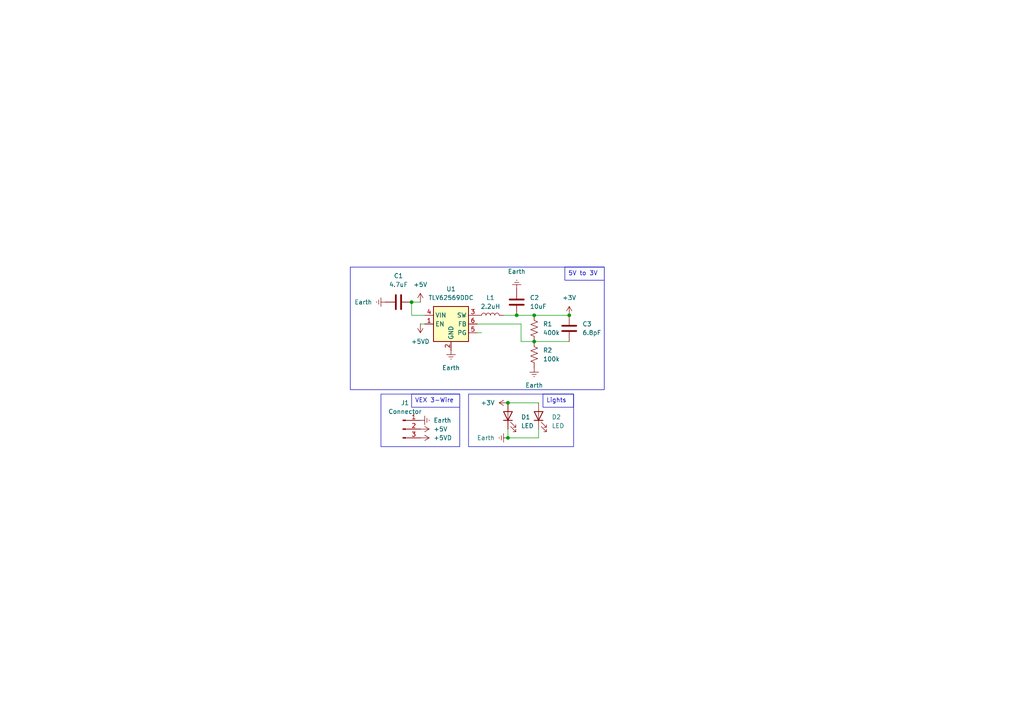
<source format=kicad_sch>
(kicad_sch
	(version 20250114)
	(generator "eeschema")
	(generator_version "9.0")
	(uuid "0a509ab3-2f24-4e7e-bd30-42ed181f3db1")
	(paper "A4")
	(lib_symbols
		(symbol "Connector:Conn_01x03_Pin"
			(pin_names
				(offset 1.016)
				(hide yes)
			)
			(exclude_from_sim no)
			(in_bom yes)
			(on_board yes)
			(property "Reference" "J"
				(at 0 5.08 0)
				(effects
					(font
						(size 1.27 1.27)
					)
				)
			)
			(property "Value" "Conn_01x03_Pin"
				(at 0 -5.08 0)
				(effects
					(font
						(size 1.27 1.27)
					)
				)
			)
			(property "Footprint" ""
				(at 0 0 0)
				(effects
					(font
						(size 1.27 1.27)
					)
					(hide yes)
				)
			)
			(property "Datasheet" "~"
				(at 0 0 0)
				(effects
					(font
						(size 1.27 1.27)
					)
					(hide yes)
				)
			)
			(property "Description" "Generic connector, single row, 01x03, script generated"
				(at 0 0 0)
				(effects
					(font
						(size 1.27 1.27)
					)
					(hide yes)
				)
			)
			(property "ki_locked" ""
				(at 0 0 0)
				(effects
					(font
						(size 1.27 1.27)
					)
				)
			)
			(property "ki_keywords" "connector"
				(at 0 0 0)
				(effects
					(font
						(size 1.27 1.27)
					)
					(hide yes)
				)
			)
			(property "ki_fp_filters" "Connector*:*_1x??_*"
				(at 0 0 0)
				(effects
					(font
						(size 1.27 1.27)
					)
					(hide yes)
				)
			)
			(symbol "Conn_01x03_Pin_1_1"
				(rectangle
					(start 0.8636 2.667)
					(end 0 2.413)
					(stroke
						(width 0.1524)
						(type default)
					)
					(fill
						(type outline)
					)
				)
				(rectangle
					(start 0.8636 0.127)
					(end 0 -0.127)
					(stroke
						(width 0.1524)
						(type default)
					)
					(fill
						(type outline)
					)
				)
				(rectangle
					(start 0.8636 -2.413)
					(end 0 -2.667)
					(stroke
						(width 0.1524)
						(type default)
					)
					(fill
						(type outline)
					)
				)
				(polyline
					(pts
						(xy 1.27 2.54) (xy 0.8636 2.54)
					)
					(stroke
						(width 0.1524)
						(type default)
					)
					(fill
						(type none)
					)
				)
				(polyline
					(pts
						(xy 1.27 0) (xy 0.8636 0)
					)
					(stroke
						(width 0.1524)
						(type default)
					)
					(fill
						(type none)
					)
				)
				(polyline
					(pts
						(xy 1.27 -2.54) (xy 0.8636 -2.54)
					)
					(stroke
						(width 0.1524)
						(type default)
					)
					(fill
						(type none)
					)
				)
				(pin passive line
					(at 5.08 2.54 180)
					(length 3.81)
					(name "Pin_1"
						(effects
							(font
								(size 1.27 1.27)
							)
						)
					)
					(number "1"
						(effects
							(font
								(size 1.27 1.27)
							)
						)
					)
				)
				(pin passive line
					(at 5.08 0 180)
					(length 3.81)
					(name "Pin_2"
						(effects
							(font
								(size 1.27 1.27)
							)
						)
					)
					(number "2"
						(effects
							(font
								(size 1.27 1.27)
							)
						)
					)
				)
				(pin passive line
					(at 5.08 -2.54 180)
					(length 3.81)
					(name "Pin_3"
						(effects
							(font
								(size 1.27 1.27)
							)
						)
					)
					(number "3"
						(effects
							(font
								(size 1.27 1.27)
							)
						)
					)
				)
			)
			(embedded_fonts no)
		)
		(symbol "Device:C"
			(pin_numbers
				(hide yes)
			)
			(pin_names
				(offset 0.254)
			)
			(exclude_from_sim no)
			(in_bom yes)
			(on_board yes)
			(property "Reference" "C"
				(at 0.635 2.54 0)
				(effects
					(font
						(size 1.27 1.27)
					)
					(justify left)
				)
			)
			(property "Value" "C"
				(at 0.635 -2.54 0)
				(effects
					(font
						(size 1.27 1.27)
					)
					(justify left)
				)
			)
			(property "Footprint" ""
				(at 0.9652 -3.81 0)
				(effects
					(font
						(size 1.27 1.27)
					)
					(hide yes)
				)
			)
			(property "Datasheet" "~"
				(at 0 0 0)
				(effects
					(font
						(size 1.27 1.27)
					)
					(hide yes)
				)
			)
			(property "Description" "Unpolarized capacitor"
				(at 0 0 0)
				(effects
					(font
						(size 1.27 1.27)
					)
					(hide yes)
				)
			)
			(property "ki_keywords" "cap capacitor"
				(at 0 0 0)
				(effects
					(font
						(size 1.27 1.27)
					)
					(hide yes)
				)
			)
			(property "ki_fp_filters" "C_*"
				(at 0 0 0)
				(effects
					(font
						(size 1.27 1.27)
					)
					(hide yes)
				)
			)
			(symbol "C_0_1"
				(polyline
					(pts
						(xy -2.032 0.762) (xy 2.032 0.762)
					)
					(stroke
						(width 0.508)
						(type default)
					)
					(fill
						(type none)
					)
				)
				(polyline
					(pts
						(xy -2.032 -0.762) (xy 2.032 -0.762)
					)
					(stroke
						(width 0.508)
						(type default)
					)
					(fill
						(type none)
					)
				)
			)
			(symbol "C_1_1"
				(pin passive line
					(at 0 3.81 270)
					(length 2.794)
					(name "~"
						(effects
							(font
								(size 1.27 1.27)
							)
						)
					)
					(number "1"
						(effects
							(font
								(size 1.27 1.27)
							)
						)
					)
				)
				(pin passive line
					(at 0 -3.81 90)
					(length 2.794)
					(name "~"
						(effects
							(font
								(size 1.27 1.27)
							)
						)
					)
					(number "2"
						(effects
							(font
								(size 1.27 1.27)
							)
						)
					)
				)
			)
			(embedded_fonts no)
		)
		(symbol "Device:L"
			(pin_numbers
				(hide yes)
			)
			(pin_names
				(offset 1.016)
				(hide yes)
			)
			(exclude_from_sim no)
			(in_bom yes)
			(on_board yes)
			(property "Reference" "L"
				(at -1.27 0 90)
				(effects
					(font
						(size 1.27 1.27)
					)
				)
			)
			(property "Value" "L"
				(at 1.905 0 90)
				(effects
					(font
						(size 1.27 1.27)
					)
				)
			)
			(property "Footprint" ""
				(at 0 0 0)
				(effects
					(font
						(size 1.27 1.27)
					)
					(hide yes)
				)
			)
			(property "Datasheet" "~"
				(at 0 0 0)
				(effects
					(font
						(size 1.27 1.27)
					)
					(hide yes)
				)
			)
			(property "Description" "Inductor"
				(at 0 0 0)
				(effects
					(font
						(size 1.27 1.27)
					)
					(hide yes)
				)
			)
			(property "ki_keywords" "inductor choke coil reactor magnetic"
				(at 0 0 0)
				(effects
					(font
						(size 1.27 1.27)
					)
					(hide yes)
				)
			)
			(property "ki_fp_filters" "Choke_* *Coil* Inductor_* L_*"
				(at 0 0 0)
				(effects
					(font
						(size 1.27 1.27)
					)
					(hide yes)
				)
			)
			(symbol "L_0_1"
				(arc
					(start 0 2.54)
					(mid 0.6323 1.905)
					(end 0 1.27)
					(stroke
						(width 0)
						(type default)
					)
					(fill
						(type none)
					)
				)
				(arc
					(start 0 1.27)
					(mid 0.6323 0.635)
					(end 0 0)
					(stroke
						(width 0)
						(type default)
					)
					(fill
						(type none)
					)
				)
				(arc
					(start 0 0)
					(mid 0.6323 -0.635)
					(end 0 -1.27)
					(stroke
						(width 0)
						(type default)
					)
					(fill
						(type none)
					)
				)
				(arc
					(start 0 -1.27)
					(mid 0.6323 -1.905)
					(end 0 -2.54)
					(stroke
						(width 0)
						(type default)
					)
					(fill
						(type none)
					)
				)
			)
			(symbol "L_1_1"
				(pin passive line
					(at 0 3.81 270)
					(length 1.27)
					(name "1"
						(effects
							(font
								(size 1.27 1.27)
							)
						)
					)
					(number "1"
						(effects
							(font
								(size 1.27 1.27)
							)
						)
					)
				)
				(pin passive line
					(at 0 -3.81 90)
					(length 1.27)
					(name "2"
						(effects
							(font
								(size 1.27 1.27)
							)
						)
					)
					(number "2"
						(effects
							(font
								(size 1.27 1.27)
							)
						)
					)
				)
			)
			(embedded_fonts no)
		)
		(symbol "Device:LED"
			(pin_numbers
				(hide yes)
			)
			(pin_names
				(offset 1.016)
				(hide yes)
			)
			(exclude_from_sim no)
			(in_bom yes)
			(on_board yes)
			(property "Reference" "D"
				(at 0 2.54 0)
				(effects
					(font
						(size 1.27 1.27)
					)
				)
			)
			(property "Value" "LED"
				(at 0 -2.54 0)
				(effects
					(font
						(size 1.27 1.27)
					)
				)
			)
			(property "Footprint" ""
				(at 0 0 0)
				(effects
					(font
						(size 1.27 1.27)
					)
					(hide yes)
				)
			)
			(property "Datasheet" "~"
				(at 0 0 0)
				(effects
					(font
						(size 1.27 1.27)
					)
					(hide yes)
				)
			)
			(property "Description" "Light emitting diode"
				(at 0 0 0)
				(effects
					(font
						(size 1.27 1.27)
					)
					(hide yes)
				)
			)
			(property "Sim.Pins" "1=K 2=A"
				(at 0 0 0)
				(effects
					(font
						(size 1.27 1.27)
					)
					(hide yes)
				)
			)
			(property "ki_keywords" "LED diode"
				(at 0 0 0)
				(effects
					(font
						(size 1.27 1.27)
					)
					(hide yes)
				)
			)
			(property "ki_fp_filters" "LED* LED_SMD:* LED_THT:*"
				(at 0 0 0)
				(effects
					(font
						(size 1.27 1.27)
					)
					(hide yes)
				)
			)
			(symbol "LED_0_1"
				(polyline
					(pts
						(xy -3.048 -0.762) (xy -4.572 -2.286) (xy -3.81 -2.286) (xy -4.572 -2.286) (xy -4.572 -1.524)
					)
					(stroke
						(width 0)
						(type default)
					)
					(fill
						(type none)
					)
				)
				(polyline
					(pts
						(xy -1.778 -0.762) (xy -3.302 -2.286) (xy -2.54 -2.286) (xy -3.302 -2.286) (xy -3.302 -1.524)
					)
					(stroke
						(width 0)
						(type default)
					)
					(fill
						(type none)
					)
				)
				(polyline
					(pts
						(xy -1.27 0) (xy 1.27 0)
					)
					(stroke
						(width 0)
						(type default)
					)
					(fill
						(type none)
					)
				)
				(polyline
					(pts
						(xy -1.27 -1.27) (xy -1.27 1.27)
					)
					(stroke
						(width 0.254)
						(type default)
					)
					(fill
						(type none)
					)
				)
				(polyline
					(pts
						(xy 1.27 -1.27) (xy 1.27 1.27) (xy -1.27 0) (xy 1.27 -1.27)
					)
					(stroke
						(width 0.254)
						(type default)
					)
					(fill
						(type none)
					)
				)
			)
			(symbol "LED_1_1"
				(pin passive line
					(at -3.81 0 0)
					(length 2.54)
					(name "K"
						(effects
							(font
								(size 1.27 1.27)
							)
						)
					)
					(number "1"
						(effects
							(font
								(size 1.27 1.27)
							)
						)
					)
				)
				(pin passive line
					(at 3.81 0 180)
					(length 2.54)
					(name "A"
						(effects
							(font
								(size 1.27 1.27)
							)
						)
					)
					(number "2"
						(effects
							(font
								(size 1.27 1.27)
							)
						)
					)
				)
			)
			(embedded_fonts no)
		)
		(symbol "Device:R_US"
			(pin_numbers
				(hide yes)
			)
			(pin_names
				(offset 0)
			)
			(exclude_from_sim no)
			(in_bom yes)
			(on_board yes)
			(property "Reference" "R"
				(at 2.54 0 90)
				(effects
					(font
						(size 1.27 1.27)
					)
				)
			)
			(property "Value" "R_US"
				(at -2.54 0 90)
				(effects
					(font
						(size 1.27 1.27)
					)
				)
			)
			(property "Footprint" ""
				(at 1.016 -0.254 90)
				(effects
					(font
						(size 1.27 1.27)
					)
					(hide yes)
				)
			)
			(property "Datasheet" "~"
				(at 0 0 0)
				(effects
					(font
						(size 1.27 1.27)
					)
					(hide yes)
				)
			)
			(property "Description" "Resistor, US symbol"
				(at 0 0 0)
				(effects
					(font
						(size 1.27 1.27)
					)
					(hide yes)
				)
			)
			(property "ki_keywords" "R res resistor"
				(at 0 0 0)
				(effects
					(font
						(size 1.27 1.27)
					)
					(hide yes)
				)
			)
			(property "ki_fp_filters" "R_*"
				(at 0 0 0)
				(effects
					(font
						(size 1.27 1.27)
					)
					(hide yes)
				)
			)
			(symbol "R_US_0_1"
				(polyline
					(pts
						(xy 0 2.286) (xy 0 2.54)
					)
					(stroke
						(width 0)
						(type default)
					)
					(fill
						(type none)
					)
				)
				(polyline
					(pts
						(xy 0 2.286) (xy 1.016 1.905) (xy 0 1.524) (xy -1.016 1.143) (xy 0 0.762)
					)
					(stroke
						(width 0)
						(type default)
					)
					(fill
						(type none)
					)
				)
				(polyline
					(pts
						(xy 0 0.762) (xy 1.016 0.381) (xy 0 0) (xy -1.016 -0.381) (xy 0 -0.762)
					)
					(stroke
						(width 0)
						(type default)
					)
					(fill
						(type none)
					)
				)
				(polyline
					(pts
						(xy 0 -0.762) (xy 1.016 -1.143) (xy 0 -1.524) (xy -1.016 -1.905) (xy 0 -2.286)
					)
					(stroke
						(width 0)
						(type default)
					)
					(fill
						(type none)
					)
				)
				(polyline
					(pts
						(xy 0 -2.286) (xy 0 -2.54)
					)
					(stroke
						(width 0)
						(type default)
					)
					(fill
						(type none)
					)
				)
			)
			(symbol "R_US_1_1"
				(pin passive line
					(at 0 3.81 270)
					(length 1.27)
					(name "~"
						(effects
							(font
								(size 1.27 1.27)
							)
						)
					)
					(number "1"
						(effects
							(font
								(size 1.27 1.27)
							)
						)
					)
				)
				(pin passive line
					(at 0 -3.81 90)
					(length 1.27)
					(name "~"
						(effects
							(font
								(size 1.27 1.27)
							)
						)
					)
					(number "2"
						(effects
							(font
								(size 1.27 1.27)
							)
						)
					)
				)
			)
			(embedded_fonts no)
		)
		(symbol "Regulator_Switching:TLV62569DDC"
			(exclude_from_sim no)
			(in_bom yes)
			(on_board yes)
			(property "Reference" "U"
				(at -5.08 6.35 0)
				(effects
					(font
						(size 1.27 1.27)
					)
					(justify left)
				)
			)
			(property "Value" "TLV62569DDC"
				(at 0 6.35 0)
				(effects
					(font
						(size 1.27 1.27)
					)
					(justify left)
				)
			)
			(property "Footprint" "Package_TO_SOT_SMD:SOT-23-6"
				(at 1.27 -6.35 0)
				(effects
					(font
						(size 1.27 1.27)
						(italic yes)
					)
					(justify left)
					(hide yes)
				)
			)
			(property "Datasheet" "http://www.ti.com/lit/ds/symlink/tlv62569.pdf"
				(at -6.35 11.43 0)
				(effects
					(font
						(size 1.27 1.27)
					)
					(hide yes)
				)
			)
			(property "Description" "High Efficiency Synchronous Buck Converter, Adjustable Output 0.6V-5.5V, 2A, SOT-23-6"
				(at 0 0 0)
				(effects
					(font
						(size 1.27 1.27)
					)
					(hide yes)
				)
			)
			(property "ki_keywords" "Step-Down Buck DC-DC Regulator Adjustable"
				(at 0 0 0)
				(effects
					(font
						(size 1.27 1.27)
					)
					(hide yes)
				)
			)
			(property "ki_fp_filters" "SOT?23*"
				(at 0 0 0)
				(effects
					(font
						(size 1.27 1.27)
					)
					(hide yes)
				)
			)
			(symbol "TLV62569DDC_0_1"
				(rectangle
					(start -5.08 5.08)
					(end 5.08 -5.08)
					(stroke
						(width 0.254)
						(type default)
					)
					(fill
						(type background)
					)
				)
			)
			(symbol "TLV62569DDC_1_1"
				(pin power_in line
					(at -7.62 2.54 0)
					(length 2.54)
					(name "VIN"
						(effects
							(font
								(size 1.27 1.27)
							)
						)
					)
					(number "4"
						(effects
							(font
								(size 1.27 1.27)
							)
						)
					)
				)
				(pin input line
					(at -7.62 0 0)
					(length 2.54)
					(name "EN"
						(effects
							(font
								(size 1.27 1.27)
							)
						)
					)
					(number "1"
						(effects
							(font
								(size 1.27 1.27)
							)
						)
					)
				)
				(pin power_in line
					(at 0 -7.62 90)
					(length 2.54)
					(name "GND"
						(effects
							(font
								(size 1.27 1.27)
							)
						)
					)
					(number "2"
						(effects
							(font
								(size 1.27 1.27)
							)
						)
					)
				)
				(pin power_out line
					(at 7.62 2.54 180)
					(length 2.54)
					(name "SW"
						(effects
							(font
								(size 1.27 1.27)
							)
						)
					)
					(number "3"
						(effects
							(font
								(size 1.27 1.27)
							)
						)
					)
				)
				(pin input line
					(at 7.62 0 180)
					(length 2.54)
					(name "FB"
						(effects
							(font
								(size 1.27 1.27)
							)
						)
					)
					(number "6"
						(effects
							(font
								(size 1.27 1.27)
							)
						)
					)
				)
				(pin open_collector line
					(at 7.62 -2.54 180)
					(length 2.54)
					(name "PG"
						(effects
							(font
								(size 1.27 1.27)
							)
						)
					)
					(number "5"
						(effects
							(font
								(size 1.27 1.27)
							)
						)
					)
				)
			)
			(embedded_fonts no)
		)
		(symbol "power:+3.3V"
			(power)
			(pin_numbers
				(hide yes)
			)
			(pin_names
				(offset 0)
				(hide yes)
			)
			(exclude_from_sim no)
			(in_bom yes)
			(on_board yes)
			(property "Reference" "#PWR"
				(at 0 -3.81 0)
				(effects
					(font
						(size 1.27 1.27)
					)
					(hide yes)
				)
			)
			(property "Value" "+3.3V"
				(at 0 3.556 0)
				(effects
					(font
						(size 1.27 1.27)
					)
				)
			)
			(property "Footprint" ""
				(at 0 0 0)
				(effects
					(font
						(size 1.27 1.27)
					)
					(hide yes)
				)
			)
			(property "Datasheet" ""
				(at 0 0 0)
				(effects
					(font
						(size 1.27 1.27)
					)
					(hide yes)
				)
			)
			(property "Description" "Power symbol creates a global label with name \"+3.3V\""
				(at 0 0 0)
				(effects
					(font
						(size 1.27 1.27)
					)
					(hide yes)
				)
			)
			(property "ki_keywords" "global power"
				(at 0 0 0)
				(effects
					(font
						(size 1.27 1.27)
					)
					(hide yes)
				)
			)
			(symbol "+3.3V_0_1"
				(polyline
					(pts
						(xy -0.762 1.27) (xy 0 2.54)
					)
					(stroke
						(width 0)
						(type default)
					)
					(fill
						(type none)
					)
				)
				(polyline
					(pts
						(xy 0 2.54) (xy 0.762 1.27)
					)
					(stroke
						(width 0)
						(type default)
					)
					(fill
						(type none)
					)
				)
				(polyline
					(pts
						(xy 0 0) (xy 0 2.54)
					)
					(stroke
						(width 0)
						(type default)
					)
					(fill
						(type none)
					)
				)
			)
			(symbol "+3.3V_1_1"
				(pin power_in line
					(at 0 0 90)
					(length 0)
					(name "~"
						(effects
							(font
								(size 1.27 1.27)
							)
						)
					)
					(number "1"
						(effects
							(font
								(size 1.27 1.27)
							)
						)
					)
				)
			)
			(embedded_fonts no)
		)
		(symbol "power:+5V"
			(power)
			(pin_numbers
				(hide yes)
			)
			(pin_names
				(offset 0)
				(hide yes)
			)
			(exclude_from_sim no)
			(in_bom yes)
			(on_board yes)
			(property "Reference" "#PWR"
				(at 0 -3.81 0)
				(effects
					(font
						(size 1.27 1.27)
					)
					(hide yes)
				)
			)
			(property "Value" "+5V"
				(at 0 3.556 0)
				(effects
					(font
						(size 1.27 1.27)
					)
				)
			)
			(property "Footprint" ""
				(at 0 0 0)
				(effects
					(font
						(size 1.27 1.27)
					)
					(hide yes)
				)
			)
			(property "Datasheet" ""
				(at 0 0 0)
				(effects
					(font
						(size 1.27 1.27)
					)
					(hide yes)
				)
			)
			(property "Description" "Power symbol creates a global label with name \"+5V\""
				(at 0 0 0)
				(effects
					(font
						(size 1.27 1.27)
					)
					(hide yes)
				)
			)
			(property "ki_keywords" "global power"
				(at 0 0 0)
				(effects
					(font
						(size 1.27 1.27)
					)
					(hide yes)
				)
			)
			(symbol "+5V_0_1"
				(polyline
					(pts
						(xy -0.762 1.27) (xy 0 2.54)
					)
					(stroke
						(width 0)
						(type default)
					)
					(fill
						(type none)
					)
				)
				(polyline
					(pts
						(xy 0 2.54) (xy 0.762 1.27)
					)
					(stroke
						(width 0)
						(type default)
					)
					(fill
						(type none)
					)
				)
				(polyline
					(pts
						(xy 0 0) (xy 0 2.54)
					)
					(stroke
						(width 0)
						(type default)
					)
					(fill
						(type none)
					)
				)
			)
			(symbol "+5V_1_1"
				(pin power_in line
					(at 0 0 90)
					(length 0)
					(name "~"
						(effects
							(font
								(size 1.27 1.27)
							)
						)
					)
					(number "1"
						(effects
							(font
								(size 1.27 1.27)
							)
						)
					)
				)
			)
			(embedded_fonts no)
		)
		(symbol "power:+5VD"
			(power)
			(pin_numbers
				(hide yes)
			)
			(pin_names
				(offset 0)
				(hide yes)
			)
			(exclude_from_sim no)
			(in_bom yes)
			(on_board yes)
			(property "Reference" "#PWR"
				(at 0 -3.81 0)
				(effects
					(font
						(size 1.27 1.27)
					)
					(hide yes)
				)
			)
			(property "Value" "+5VD"
				(at 0 3.556 0)
				(effects
					(font
						(size 1.27 1.27)
					)
				)
			)
			(property "Footprint" ""
				(at 0 0 0)
				(effects
					(font
						(size 1.27 1.27)
					)
					(hide yes)
				)
			)
			(property "Datasheet" ""
				(at 0 0 0)
				(effects
					(font
						(size 1.27 1.27)
					)
					(hide yes)
				)
			)
			(property "Description" "Power symbol creates a global label with name \"+5VD\""
				(at 0 0 0)
				(effects
					(font
						(size 1.27 1.27)
					)
					(hide yes)
				)
			)
			(property "ki_keywords" "global power"
				(at 0 0 0)
				(effects
					(font
						(size 1.27 1.27)
					)
					(hide yes)
				)
			)
			(symbol "+5VD_0_1"
				(polyline
					(pts
						(xy -0.762 1.27) (xy 0 2.54)
					)
					(stroke
						(width 0)
						(type default)
					)
					(fill
						(type none)
					)
				)
				(polyline
					(pts
						(xy 0 2.54) (xy 0.762 1.27)
					)
					(stroke
						(width 0)
						(type default)
					)
					(fill
						(type none)
					)
				)
				(polyline
					(pts
						(xy 0 0) (xy 0 2.54)
					)
					(stroke
						(width 0)
						(type default)
					)
					(fill
						(type none)
					)
				)
			)
			(symbol "+5VD_1_1"
				(pin power_in line
					(at 0 0 90)
					(length 0)
					(name "~"
						(effects
							(font
								(size 1.27 1.27)
							)
						)
					)
					(number "1"
						(effects
							(font
								(size 1.27 1.27)
							)
						)
					)
				)
			)
			(embedded_fonts no)
		)
		(symbol "power:Earth"
			(power)
			(pin_numbers
				(hide yes)
			)
			(pin_names
				(offset 0)
				(hide yes)
			)
			(exclude_from_sim no)
			(in_bom yes)
			(on_board yes)
			(property "Reference" "#PWR"
				(at 0 -6.35 0)
				(effects
					(font
						(size 1.27 1.27)
					)
					(hide yes)
				)
			)
			(property "Value" "Earth"
				(at 0 -3.81 0)
				(effects
					(font
						(size 1.27 1.27)
					)
				)
			)
			(property "Footprint" ""
				(at 0 0 0)
				(effects
					(font
						(size 1.27 1.27)
					)
					(hide yes)
				)
			)
			(property "Datasheet" "~"
				(at 0 0 0)
				(effects
					(font
						(size 1.27 1.27)
					)
					(hide yes)
				)
			)
			(property "Description" "Power symbol creates a global label with name \"Earth\""
				(at 0 0 0)
				(effects
					(font
						(size 1.27 1.27)
					)
					(hide yes)
				)
			)
			(property "ki_keywords" "global ground gnd"
				(at 0 0 0)
				(effects
					(font
						(size 1.27 1.27)
					)
					(hide yes)
				)
			)
			(symbol "Earth_0_1"
				(polyline
					(pts
						(xy -0.635 -1.905) (xy 0.635 -1.905)
					)
					(stroke
						(width 0)
						(type default)
					)
					(fill
						(type none)
					)
				)
				(polyline
					(pts
						(xy -0.127 -2.54) (xy 0.127 -2.54)
					)
					(stroke
						(width 0)
						(type default)
					)
					(fill
						(type none)
					)
				)
				(polyline
					(pts
						(xy 0 -1.27) (xy 0 0)
					)
					(stroke
						(width 0)
						(type default)
					)
					(fill
						(type none)
					)
				)
				(polyline
					(pts
						(xy 1.27 -1.27) (xy -1.27 -1.27)
					)
					(stroke
						(width 0)
						(type default)
					)
					(fill
						(type none)
					)
				)
			)
			(symbol "Earth_1_1"
				(pin power_in line
					(at 0 0 270)
					(length 0)
					(name "~"
						(effects
							(font
								(size 1.27 1.27)
							)
						)
					)
					(number "1"
						(effects
							(font
								(size 1.27 1.27)
							)
						)
					)
				)
			)
			(embedded_fonts no)
		)
	)
	(rectangle
		(start 135.89 114.3)
		(end 166.37 129.54)
		(stroke
			(width 0)
			(type default)
		)
		(fill
			(type none)
		)
		(uuid 712a84c7-2ffb-4df1-af17-4def47dc0509)
	)
	(rectangle
		(start 101.6 77.47)
		(end 175.26 113.03)
		(stroke
			(width 0)
			(type default)
		)
		(fill
			(type none)
		)
		(uuid 924e3215-b914-44c3-81ed-abaac1423e8e)
	)
	(rectangle
		(start 110.49 114.3)
		(end 133.35 129.54)
		(stroke
			(width 0)
			(type default)
		)
		(fill
			(type none)
		)
		(uuid ee17520b-31f8-4679-ad62-4aa461d5f0dc)
	)
	(text_box "5V to 3V\n"
		(exclude_from_sim no)
		(at 163.83 77.47 0)
		(size 11.43 3.81)
		(margins 0.9525 0.9525 0.9525 0.9525)
		(stroke
			(width 0)
			(type solid)
		)
		(fill
			(type none)
		)
		(effects
			(font
				(size 1.27 1.27)
			)
			(justify left top)
		)
		(uuid "1a1949e0-e99f-45b1-a268-7ae346c1fbac")
	)
	(text_box "Lights"
		(exclude_from_sim no)
		(at 157.48 114.3 0)
		(size 8.89 3.81)
		(margins 0.9525 0.9525 0.9525 0.9525)
		(stroke
			(width 0)
			(type solid)
		)
		(fill
			(type none)
		)
		(effects
			(font
				(size 1.27 1.27)
			)
			(justify left top)
		)
		(uuid "4aede095-6a55-4a70-b6c7-4d8080ad8af8")
	)
	(text_box "VEX 3-Wire"
		(exclude_from_sim no)
		(at 119.38 114.3 0)
		(size 13.97 3.81)
		(margins 0.9525 0.9525 0.9525 0.9525)
		(stroke
			(width 0)
			(type solid)
		)
		(fill
			(type none)
		)
		(effects
			(font
				(size 1.27 1.27)
			)
			(justify left top)
		)
		(uuid "784f40d2-6026-4290-ad05-6dbbf0323ef3")
	)
	(junction
		(at 119.38 87.63)
		(diameter 0)
		(color 0 0 0 0)
		(uuid "1d8eaf00-434d-4c81-94d3-a8188afa58a9")
	)
	(junction
		(at 147.32 127)
		(diameter 0)
		(color 0 0 0 0)
		(uuid "1ee371fa-cd1b-4d03-ae2f-75753190e27a")
	)
	(junction
		(at 147.32 116.84)
		(diameter 0)
		(color 0 0 0 0)
		(uuid "29fe8d2e-08b4-42e7-bc96-c9db5e5171c3")
	)
	(junction
		(at 154.94 99.06)
		(diameter 0)
		(color 0 0 0 0)
		(uuid "bc82af8b-ff7b-457b-8bee-779f90c1353c")
	)
	(junction
		(at 149.86 91.44)
		(diameter 0)
		(color 0 0 0 0)
		(uuid "bfe739a6-ff90-4df2-972f-a40033ce69db")
	)
	(junction
		(at 165.1 91.44)
		(diameter 0)
		(color 0 0 0 0)
		(uuid "c13f623e-3ae5-4529-925d-5922362b9054")
	)
	(junction
		(at 154.94 91.44)
		(diameter 0)
		(color 0 0 0 0)
		(uuid "ccdef92b-4406-4ac1-8678-1026301227cf")
	)
	(wire
		(pts
			(xy 119.38 87.63) (xy 121.92 87.63)
		)
		(stroke
			(width 0)
			(type default)
		)
		(uuid "4019cfea-44eb-48c2-8d91-8441540be899")
	)
	(wire
		(pts
			(xy 151.13 93.98) (xy 151.13 99.06)
		)
		(stroke
			(width 0)
			(type default)
		)
		(uuid "42d360b9-b0b6-4153-a1f2-613baf88726f")
	)
	(wire
		(pts
			(xy 138.43 93.98) (xy 151.13 93.98)
		)
		(stroke
			(width 0)
			(type default)
		)
		(uuid "5517b48b-eaa3-45ec-ba34-303f5db5c68d")
	)
	(wire
		(pts
			(xy 156.21 124.46) (xy 156.21 127)
		)
		(stroke
			(width 0)
			(type default)
		)
		(uuid "5d1e8216-3fa6-4796-9ad6-dbbcb9b23cb2")
	)
	(wire
		(pts
			(xy 147.32 116.84) (xy 156.21 116.84)
		)
		(stroke
			(width 0)
			(type default)
		)
		(uuid "76c81d61-c370-4ee5-86ed-bd08129a9d25")
	)
	(wire
		(pts
			(xy 123.19 93.98) (xy 121.92 93.98)
		)
		(stroke
			(width 0)
			(type default)
		)
		(uuid "7bc766f0-087d-4b83-af71-ec088041c741")
	)
	(wire
		(pts
			(xy 119.38 87.63) (xy 119.38 91.44)
		)
		(stroke
			(width 0)
			(type default)
		)
		(uuid "81e49cb0-74e4-48e1-8d3e-cf9af6421b90")
	)
	(wire
		(pts
			(xy 154.94 91.44) (xy 165.1 91.44)
		)
		(stroke
			(width 0)
			(type default)
		)
		(uuid "8dc3e9a2-b04f-4c66-b36a-862f9dd73f3a")
	)
	(wire
		(pts
			(xy 138.43 96.52) (xy 139.7 96.52)
		)
		(stroke
			(width 0)
			(type default)
		)
		(uuid "8fb5b799-31f0-4b28-a3ca-dc6c83189662")
	)
	(wire
		(pts
			(xy 146.05 91.44) (xy 149.86 91.44)
		)
		(stroke
			(width 0)
			(type default)
		)
		(uuid "9c19e1dd-a3ad-46ec-a980-82065fad545a")
	)
	(wire
		(pts
			(xy 147.32 124.46) (xy 147.32 127)
		)
		(stroke
			(width 0)
			(type default)
		)
		(uuid "a4cc161b-5afb-4f5c-b3ce-4546d5d2a860")
	)
	(wire
		(pts
			(xy 151.13 99.06) (xy 154.94 99.06)
		)
		(stroke
			(width 0)
			(type default)
		)
		(uuid "aebbce4b-20d8-44bc-ae0c-9fb6885e3270")
	)
	(wire
		(pts
			(xy 147.32 127) (xy 156.21 127)
		)
		(stroke
			(width 0)
			(type default)
		)
		(uuid "c227e277-cc77-49b6-bfa7-4ab51c4fb73a")
	)
	(wire
		(pts
			(xy 154.94 99.06) (xy 165.1 99.06)
		)
		(stroke
			(width 0)
			(type default)
		)
		(uuid "cc281a6a-ceaa-49cf-8bb8-b15f702a9841")
	)
	(wire
		(pts
			(xy 119.38 91.44) (xy 123.19 91.44)
		)
		(stroke
			(width 0)
			(type default)
		)
		(uuid "dc95ec03-01e1-4c3a-b573-a722a9535d81")
	)
	(wire
		(pts
			(xy 149.86 91.44) (xy 154.94 91.44)
		)
		(stroke
			(width 0)
			(type default)
		)
		(uuid "feeee66a-d6df-498d-965d-81d8ffd955b1")
	)
	(symbol
		(lib_id "Device:R_US")
		(at 154.94 102.87 0)
		(unit 1)
		(exclude_from_sim no)
		(in_bom yes)
		(on_board yes)
		(dnp no)
		(fields_autoplaced yes)
		(uuid "12ea3f8a-6d58-40f0-a2dc-2cf1262fef1c")
		(property "Reference" "R2"
			(at 157.48 101.5999 0)
			(effects
				(font
					(size 1.27 1.27)
				)
				(justify left)
			)
		)
		(property "Value" "100k"
			(at 157.48 104.1399 0)
			(effects
				(font
					(size 1.27 1.27)
				)
				(justify left)
			)
		)
		(property "Footprint" "Resistor_SMD:R_0805_2012Metric"
			(at 155.956 103.124 90)
			(effects
				(font
					(size 1.27 1.27)
				)
				(hide yes)
			)
		)
		(property "Datasheet" "~"
			(at 154.94 102.87 0)
			(effects
				(font
					(size 1.27 1.27)
				)
				(hide yes)
			)
		)
		(property "Description" "Resistor, US symbol"
			(at 154.94 102.87 0)
			(effects
				(font
					(size 1.27 1.27)
				)
				(hide yes)
			)
		)
		(pin "1"
			(uuid "8f6cc393-6105-4a62-88bd-409ca91a2f0e")
		)
		(pin "2"
			(uuid "a3c55cc2-337e-4bf0-9d99-8eff1ed60d18")
		)
		(instances
			(project ""
				(path "/0a509ab3-2f24-4e7e-bd30-42ed181f3db1"
					(reference "R2")
					(unit 1)
				)
			)
		)
	)
	(symbol
		(lib_id "power:Earth")
		(at 154.94 106.68 0)
		(unit 1)
		(exclude_from_sim no)
		(in_bom yes)
		(on_board yes)
		(dnp no)
		(fields_autoplaced yes)
		(uuid "16c1add1-dc77-468a-ba7a-c83d56daf6d5")
		(property "Reference" "#PWR05"
			(at 154.94 113.03 0)
			(effects
				(font
					(size 1.27 1.27)
				)
				(hide yes)
			)
		)
		(property "Value" "Earth"
			(at 154.94 111.76 0)
			(effects
				(font
					(size 1.27 1.27)
				)
			)
		)
		(property "Footprint" ""
			(at 154.94 106.68 0)
			(effects
				(font
					(size 1.27 1.27)
				)
				(hide yes)
			)
		)
		(property "Datasheet" "~"
			(at 154.94 106.68 0)
			(effects
				(font
					(size 1.27 1.27)
				)
				(hide yes)
			)
		)
		(property "Description" "Power symbol creates a global label with name \"Earth\""
			(at 154.94 106.68 0)
			(effects
				(font
					(size 1.27 1.27)
				)
				(hide yes)
			)
		)
		(pin "1"
			(uuid "2d244d5b-08c1-4678-9f5f-472487b5e5d2")
		)
		(instances
			(project "LED Board 2"
				(path "/0a509ab3-2f24-4e7e-bd30-42ed181f3db1"
					(reference "#PWR05")
					(unit 1)
				)
			)
		)
	)
	(symbol
		(lib_id "Device:LED")
		(at 156.21 120.65 90)
		(unit 1)
		(exclude_from_sim no)
		(in_bom yes)
		(on_board yes)
		(dnp no)
		(fields_autoplaced yes)
		(uuid "1f1e631b-08dc-4905-899e-e7be09b9f030")
		(property "Reference" "D2"
			(at 160.02 120.9674 90)
			(effects
				(font
					(size 1.27 1.27)
				)
				(justify right)
			)
		)
		(property "Value" "LED"
			(at 160.02 123.5074 90)
			(effects
				(font
					(size 1.27 1.27)
				)
				(justify right)
			)
		)
		(property "Footprint" "LED_SMD:LED_Cree-XQ"
			(at 156.21 120.65 0)
			(effects
				(font
					(size 1.27 1.27)
				)
				(hide yes)
			)
		)
		(property "Datasheet" "~"
			(at 156.21 120.65 0)
			(effects
				(font
					(size 1.27 1.27)
				)
				(hide yes)
			)
		)
		(property "Description" "Light emitting diode"
			(at 156.21 120.65 0)
			(effects
				(font
					(size 1.27 1.27)
				)
				(hide yes)
			)
		)
		(property "Sim.Pins" "1=K 2=A"
			(at 156.21 120.65 0)
			(effects
				(font
					(size 1.27 1.27)
				)
				(hide yes)
			)
		)
		(pin "2"
			(uuid "67ca65a6-bd1b-4b07-aa4e-1b5b4f05f80a")
		)
		(pin "1"
			(uuid "6a5d0d95-83a5-4d85-8686-fa3a1f915244")
		)
		(instances
			(project "LED Board 2"
				(path "/0a509ab3-2f24-4e7e-bd30-42ed181f3db1"
					(reference "D2")
					(unit 1)
				)
			)
		)
	)
	(symbol
		(lib_id "Device:L")
		(at 142.24 91.44 90)
		(unit 1)
		(exclude_from_sim no)
		(in_bom yes)
		(on_board yes)
		(dnp no)
		(fields_autoplaced yes)
		(uuid "2157e816-96a2-4199-b1d0-b559cba90604")
		(property "Reference" "L1"
			(at 142.24 86.36 90)
			(effects
				(font
					(size 1.27 1.27)
				)
			)
		)
		(property "Value" "2.2uH"
			(at 142.24 88.9 90)
			(effects
				(font
					(size 1.27 1.27)
				)
			)
		)
		(property "Footprint" "Inductor_SMD:L_Vishay_IFSC-1515AH_4x4x1.8mm"
			(at 142.24 91.44 0)
			(effects
				(font
					(size 1.27 1.27)
				)
				(hide yes)
			)
		)
		(property "Datasheet" "~"
			(at 142.24 91.44 0)
			(effects
				(font
					(size 1.27 1.27)
				)
				(hide yes)
			)
		)
		(property "Description" "Inductor"
			(at 142.24 91.44 0)
			(effects
				(font
					(size 1.27 1.27)
				)
				(hide yes)
			)
		)
		(pin "2"
			(uuid "c36623f7-472b-46d0-896a-4e2a7c66cc36")
		)
		(pin "1"
			(uuid "7dc91604-72ab-490a-9461-27df47d544ad")
		)
		(instances
			(project ""
				(path "/0a509ab3-2f24-4e7e-bd30-42ed181f3db1"
					(reference "L1")
					(unit 1)
				)
			)
		)
	)
	(symbol
		(lib_id "power:+5V")
		(at 121.92 87.63 0)
		(unit 1)
		(exclude_from_sim no)
		(in_bom yes)
		(on_board yes)
		(dnp no)
		(fields_autoplaced yes)
		(uuid "380a8ed6-a1b3-4a6f-8edb-712889a1d745")
		(property "Reference" "#PWR06"
			(at 121.92 91.44 0)
			(effects
				(font
					(size 1.27 1.27)
				)
				(hide yes)
			)
		)
		(property "Value" "+5V"
			(at 121.92 82.55 0)
			(effects
				(font
					(size 1.27 1.27)
				)
			)
		)
		(property "Footprint" ""
			(at 121.92 87.63 0)
			(effects
				(font
					(size 1.27 1.27)
				)
				(hide yes)
			)
		)
		(property "Datasheet" ""
			(at 121.92 87.63 0)
			(effects
				(font
					(size 1.27 1.27)
				)
				(hide yes)
			)
		)
		(property "Description" "Power symbol creates a global label with name \"+5V\""
			(at 121.92 87.63 0)
			(effects
				(font
					(size 1.27 1.27)
				)
				(hide yes)
			)
		)
		(pin "1"
			(uuid "6fda7b4f-8341-4c87-a458-1fa726f01152")
		)
		(instances
			(project ""
				(path "/0a509ab3-2f24-4e7e-bd30-42ed181f3db1"
					(reference "#PWR06")
					(unit 1)
				)
			)
		)
	)
	(symbol
		(lib_id "Device:C")
		(at 165.1 95.25 0)
		(unit 1)
		(exclude_from_sim no)
		(in_bom yes)
		(on_board yes)
		(dnp no)
		(fields_autoplaced yes)
		(uuid "39ff9ea3-f234-455b-a8de-72a95c169b04")
		(property "Reference" "C3"
			(at 168.91 93.9799 0)
			(effects
				(font
					(size 1.27 1.27)
				)
				(justify left)
			)
		)
		(property "Value" "6.8pF"
			(at 168.91 96.5199 0)
			(effects
				(font
					(size 1.27 1.27)
				)
				(justify left)
			)
		)
		(property "Footprint" "Capacitor_SMD:C_0805_2012Metric"
			(at 166.0652 99.06 0)
			(effects
				(font
					(size 1.27 1.27)
				)
				(hide yes)
			)
		)
		(property "Datasheet" "~"
			(at 165.1 95.25 0)
			(effects
				(font
					(size 1.27 1.27)
				)
				(hide yes)
			)
		)
		(property "Description" "Unpolarized capacitor"
			(at 165.1 95.25 0)
			(effects
				(font
					(size 1.27 1.27)
				)
				(hide yes)
			)
		)
		(pin "1"
			(uuid "cb979b0f-1360-4990-a650-c1a0eec71890")
		)
		(pin "2"
			(uuid "118470d9-9d4c-4c08-a9f0-7e8cd5d9c2b5")
		)
		(instances
			(project ""
				(path "/0a509ab3-2f24-4e7e-bd30-42ed181f3db1"
					(reference "C3")
					(unit 1)
				)
			)
		)
	)
	(symbol
		(lib_id "power:Earth")
		(at 121.92 121.92 90)
		(unit 1)
		(exclude_from_sim no)
		(in_bom yes)
		(on_board yes)
		(dnp no)
		(fields_autoplaced yes)
		(uuid "44102858-f628-43d8-859c-9fdef89abb6d")
		(property "Reference" "#PWR09"
			(at 128.27 121.92 0)
			(effects
				(font
					(size 1.27 1.27)
				)
				(hide yes)
			)
		)
		(property "Value" "Earth"
			(at 125.73 121.9199 90)
			(effects
				(font
					(size 1.27 1.27)
				)
				(justify right)
			)
		)
		(property "Footprint" ""
			(at 121.92 121.92 0)
			(effects
				(font
					(size 1.27 1.27)
				)
				(hide yes)
			)
		)
		(property "Datasheet" "~"
			(at 121.92 121.92 0)
			(effects
				(font
					(size 1.27 1.27)
				)
				(hide yes)
			)
		)
		(property "Description" "Power symbol creates a global label with name \"Earth\""
			(at 121.92 121.92 0)
			(effects
				(font
					(size 1.27 1.27)
				)
				(hide yes)
			)
		)
		(pin "1"
			(uuid "dd329de0-3b63-480b-857e-4e7b1d683f22")
		)
		(instances
			(project ""
				(path "/0a509ab3-2f24-4e7e-bd30-42ed181f3db1"
					(reference "#PWR09")
					(unit 1)
				)
			)
		)
	)
	(symbol
		(lib_id "power:Earth")
		(at 130.81 101.6 0)
		(unit 1)
		(exclude_from_sim no)
		(in_bom yes)
		(on_board yes)
		(dnp no)
		(fields_autoplaced yes)
		(uuid "4c9d33fd-54bb-4f96-b29a-18d81f2af98d")
		(property "Reference" "#PWR02"
			(at 130.81 107.95 0)
			(effects
				(font
					(size 1.27 1.27)
				)
				(hide yes)
			)
		)
		(property "Value" "Earth"
			(at 130.81 106.68 0)
			(effects
				(font
					(size 1.27 1.27)
				)
			)
		)
		(property "Footprint" ""
			(at 130.81 101.6 0)
			(effects
				(font
					(size 1.27 1.27)
				)
				(hide yes)
			)
		)
		(property "Datasheet" "~"
			(at 130.81 101.6 0)
			(effects
				(font
					(size 1.27 1.27)
				)
				(hide yes)
			)
		)
		(property "Description" "Power symbol creates a global label with name \"Earth\""
			(at 130.81 101.6 0)
			(effects
				(font
					(size 1.27 1.27)
				)
				(hide yes)
			)
		)
		(pin "1"
			(uuid "5fa2335c-dfea-49fd-915c-882526f5cda6")
		)
		(instances
			(project ""
				(path "/0a509ab3-2f24-4e7e-bd30-42ed181f3db1"
					(reference "#PWR02")
					(unit 1)
				)
			)
		)
	)
	(symbol
		(lib_id "Device:R_US")
		(at 154.94 95.25 0)
		(unit 1)
		(exclude_from_sim no)
		(in_bom yes)
		(on_board yes)
		(dnp no)
		(fields_autoplaced yes)
		(uuid "5f3cb2e8-abf9-4e91-8a7b-6ce953f48c77")
		(property "Reference" "R1"
			(at 157.48 93.9799 0)
			(effects
				(font
					(size 1.27 1.27)
				)
				(justify left)
			)
		)
		(property "Value" "400k"
			(at 157.48 96.5199 0)
			(effects
				(font
					(size 1.27 1.27)
				)
				(justify left)
			)
		)
		(property "Footprint" "Resistor_SMD:R_0805_2012Metric"
			(at 155.956 95.504 90)
			(effects
				(font
					(size 1.27 1.27)
				)
				(hide yes)
			)
		)
		(property "Datasheet" "~"
			(at 154.94 95.25 0)
			(effects
				(font
					(size 1.27 1.27)
				)
				(hide yes)
			)
		)
		(property "Description" "Resistor, US symbol"
			(at 154.94 95.25 0)
			(effects
				(font
					(size 1.27 1.27)
				)
				(hide yes)
			)
		)
		(pin "1"
			(uuid "2dd742a7-45b2-4531-a5d4-19a54a2fedee")
		)
		(pin "2"
			(uuid "04d20d6e-8d77-41f7-a764-77d2ee40e8ba")
		)
		(instances
			(project ""
				(path "/0a509ab3-2f24-4e7e-bd30-42ed181f3db1"
					(reference "R1")
					(unit 1)
				)
			)
		)
	)
	(symbol
		(lib_id "Device:C")
		(at 115.57 87.63 90)
		(unit 1)
		(exclude_from_sim no)
		(in_bom yes)
		(on_board yes)
		(dnp no)
		(fields_autoplaced yes)
		(uuid "63702ce5-d864-4ea1-b2b1-1ee7129255d7")
		(property "Reference" "C1"
			(at 115.57 80.01 90)
			(effects
				(font
					(size 1.27 1.27)
				)
			)
		)
		(property "Value" "4.7uF"
			(at 115.57 82.55 90)
			(effects
				(font
					(size 1.27 1.27)
				)
			)
		)
		(property "Footprint" "Capacitor_SMD:C_0805_2012Metric"
			(at 119.38 86.6648 0)
			(effects
				(font
					(size 1.27 1.27)
				)
				(hide yes)
			)
		)
		(property "Datasheet" "~"
			(at 115.57 87.63 0)
			(effects
				(font
					(size 1.27 1.27)
				)
				(hide yes)
			)
		)
		(property "Description" "Unpolarized capacitor"
			(at 115.57 87.63 0)
			(effects
				(font
					(size 1.27 1.27)
				)
				(hide yes)
			)
		)
		(pin "1"
			(uuid "5ea43a0b-24e2-4ab1-986c-9d23fc10fc7c")
		)
		(pin "2"
			(uuid "f47892b3-a6be-4464-809a-68ebbec275b3")
		)
		(instances
			(project ""
				(path "/0a509ab3-2f24-4e7e-bd30-42ed181f3db1"
					(reference "C1")
					(unit 1)
				)
			)
		)
	)
	(symbol
		(lib_id "Connector:Conn_01x03_Pin")
		(at 116.84 124.46 0)
		(unit 1)
		(exclude_from_sim no)
		(in_bom yes)
		(on_board yes)
		(dnp no)
		(uuid "64287749-1f00-4202-963b-fce67aa7dd7c")
		(property "Reference" "J1"
			(at 117.475 116.84 0)
			(effects
				(font
					(size 1.27 1.27)
				)
			)
		)
		(property "Value" "Connector"
			(at 117.475 119.38 0)
			(effects
				(font
					(size 1.27 1.27)
				)
			)
		)
		(property "Footprint" "Connector_PinHeader_2.54mm:PinHeader_1x03_P2.54mm_Vertical"
			(at 116.84 124.46 0)
			(effects
				(font
					(size 1.27 1.27)
				)
				(hide yes)
			)
		)
		(property "Datasheet" "~"
			(at 116.84 124.46 0)
			(effects
				(font
					(size 1.27 1.27)
				)
				(hide yes)
			)
		)
		(property "Description" "Generic connector, single row, 01x03, script generated"
			(at 116.84 124.46 0)
			(effects
				(font
					(size 1.27 1.27)
				)
				(hide yes)
			)
		)
		(pin "1"
			(uuid "24545f91-295d-408e-8d0b-a7b2d4bdd4d6")
		)
		(pin "2"
			(uuid "e3f2258b-8e36-49da-926d-be7e8b807b38")
		)
		(pin "3"
			(uuid "1dbc914b-4d07-42f4-b2ae-0622bbfb335a")
		)
		(instances
			(project ""
				(path "/0a509ab3-2f24-4e7e-bd30-42ed181f3db1"
					(reference "J1")
					(unit 1)
				)
			)
		)
	)
	(symbol
		(lib_id "Device:C")
		(at 149.86 87.63 0)
		(unit 1)
		(exclude_from_sim no)
		(in_bom yes)
		(on_board yes)
		(dnp no)
		(fields_autoplaced yes)
		(uuid "768b8735-b176-489f-977b-14bf37b45489")
		(property "Reference" "C2"
			(at 153.67 86.3599 0)
			(effects
				(font
					(size 1.27 1.27)
				)
				(justify left)
			)
		)
		(property "Value" "10uF"
			(at 153.67 88.8999 0)
			(effects
				(font
					(size 1.27 1.27)
				)
				(justify left)
			)
		)
		(property "Footprint" "Capacitor_SMD:C_0805_2012Metric"
			(at 150.8252 91.44 0)
			(effects
				(font
					(size 1.27 1.27)
				)
				(hide yes)
			)
		)
		(property "Datasheet" "~"
			(at 149.86 87.63 0)
			(effects
				(font
					(size 1.27 1.27)
				)
				(hide yes)
			)
		)
		(property "Description" "Unpolarized capacitor"
			(at 149.86 87.63 0)
			(effects
				(font
					(size 1.27 1.27)
				)
				(hide yes)
			)
		)
		(pin "2"
			(uuid "98a52b74-e90a-4dbc-8419-e154b6cbd685")
		)
		(pin "1"
			(uuid "32cf5213-ba1a-4d68-90e8-666007ae3564")
		)
		(instances
			(project ""
				(path "/0a509ab3-2f24-4e7e-bd30-42ed181f3db1"
					(reference "C2")
					(unit 1)
				)
			)
		)
	)
	(symbol
		(lib_id "power:+3.3V")
		(at 165.1 91.44 0)
		(unit 1)
		(exclude_from_sim no)
		(in_bom yes)
		(on_board yes)
		(dnp no)
		(fields_autoplaced yes)
		(uuid "7f2c58d6-af98-4062-b953-f1ca462c5e4c")
		(property "Reference" "#PWR010"
			(at 165.1 95.25 0)
			(effects
				(font
					(size 1.27 1.27)
				)
				(hide yes)
			)
		)
		(property "Value" "+3V"
			(at 165.1 86.36 0)
			(effects
				(font
					(size 1.27 1.27)
				)
			)
		)
		(property "Footprint" ""
			(at 165.1 91.44 0)
			(effects
				(font
					(size 1.27 1.27)
				)
				(hide yes)
			)
		)
		(property "Datasheet" ""
			(at 165.1 91.44 0)
			(effects
				(font
					(size 1.27 1.27)
				)
				(hide yes)
			)
		)
		(property "Description" "Power symbol creates a global label with name \"+3.3V\""
			(at 165.1 91.44 0)
			(effects
				(font
					(size 1.27 1.27)
				)
				(hide yes)
			)
		)
		(pin "1"
			(uuid "800b27d1-e7e2-4578-87f3-63b511f740ea")
		)
		(instances
			(project ""
				(path "/0a509ab3-2f24-4e7e-bd30-42ed181f3db1"
					(reference "#PWR010")
					(unit 1)
				)
			)
		)
	)
	(symbol
		(lib_id "power:Earth")
		(at 149.86 83.82 180)
		(unit 1)
		(exclude_from_sim no)
		(in_bom yes)
		(on_board yes)
		(dnp no)
		(fields_autoplaced yes)
		(uuid "811a12b1-b241-47e1-92dd-c348af400346")
		(property "Reference" "#PWR04"
			(at 149.86 77.47 0)
			(effects
				(font
					(size 1.27 1.27)
				)
				(hide yes)
			)
		)
		(property "Value" "Earth"
			(at 149.86 78.74 0)
			(effects
				(font
					(size 1.27 1.27)
				)
			)
		)
		(property "Footprint" ""
			(at 149.86 83.82 0)
			(effects
				(font
					(size 1.27 1.27)
				)
				(hide yes)
			)
		)
		(property "Datasheet" "~"
			(at 149.86 83.82 0)
			(effects
				(font
					(size 1.27 1.27)
				)
				(hide yes)
			)
		)
		(property "Description" "Power symbol creates a global label with name \"Earth\""
			(at 149.86 83.82 0)
			(effects
				(font
					(size 1.27 1.27)
				)
				(hide yes)
			)
		)
		(pin "1"
			(uuid "5e9bf1d2-521c-4aba-9f4c-75996eb2dcf0")
		)
		(instances
			(project "LED Board 2"
				(path "/0a509ab3-2f24-4e7e-bd30-42ed181f3db1"
					(reference "#PWR04")
					(unit 1)
				)
			)
		)
	)
	(symbol
		(lib_id "power:+5V")
		(at 121.92 124.46 270)
		(unit 1)
		(exclude_from_sim no)
		(in_bom yes)
		(on_board yes)
		(dnp no)
		(fields_autoplaced yes)
		(uuid "8664702a-61fb-475f-ae6d-04be00fc3c21")
		(property "Reference" "#PWR08"
			(at 118.11 124.46 0)
			(effects
				(font
					(size 1.27 1.27)
				)
				(hide yes)
			)
		)
		(property "Value" "+5V"
			(at 125.73 124.4599 90)
			(effects
				(font
					(size 1.27 1.27)
				)
				(justify left)
			)
		)
		(property "Footprint" ""
			(at 121.92 124.46 0)
			(effects
				(font
					(size 1.27 1.27)
				)
				(hide yes)
			)
		)
		(property "Datasheet" ""
			(at 121.92 124.46 0)
			(effects
				(font
					(size 1.27 1.27)
				)
				(hide yes)
			)
		)
		(property "Description" "Power symbol creates a global label with name \"+5V\""
			(at 121.92 124.46 0)
			(effects
				(font
					(size 1.27 1.27)
				)
				(hide yes)
			)
		)
		(pin "1"
			(uuid "890bf8a2-88d0-44ff-be93-812285e329df")
		)
		(instances
			(project ""
				(path "/0a509ab3-2f24-4e7e-bd30-42ed181f3db1"
					(reference "#PWR08")
					(unit 1)
				)
			)
		)
	)
	(symbol
		(lib_id "power:+3.3V")
		(at 147.32 116.84 90)
		(unit 1)
		(exclude_from_sim no)
		(in_bom yes)
		(on_board yes)
		(dnp no)
		(fields_autoplaced yes)
		(uuid "87318c04-1d91-406c-9b39-435e3c984934")
		(property "Reference" "#PWR011"
			(at 151.13 116.84 0)
			(effects
				(font
					(size 1.27 1.27)
				)
				(hide yes)
			)
		)
		(property "Value" "+3V"
			(at 143.51 116.8399 90)
			(effects
				(font
					(size 1.27 1.27)
				)
				(justify left)
			)
		)
		(property "Footprint" ""
			(at 147.32 116.84 0)
			(effects
				(font
					(size 1.27 1.27)
				)
				(hide yes)
			)
		)
		(property "Datasheet" ""
			(at 147.32 116.84 0)
			(effects
				(font
					(size 1.27 1.27)
				)
				(hide yes)
			)
		)
		(property "Description" "Power symbol creates a global label with name \"+3.3V\""
			(at 147.32 116.84 0)
			(effects
				(font
					(size 1.27 1.27)
				)
				(hide yes)
			)
		)
		(pin "1"
			(uuid "6fcd1040-8920-495c-b041-3e35c4f0b131")
		)
		(instances
			(project ""
				(path "/0a509ab3-2f24-4e7e-bd30-42ed181f3db1"
					(reference "#PWR011")
					(unit 1)
				)
			)
		)
	)
	(symbol
		(lib_id "Device:LED")
		(at 147.32 120.65 90)
		(unit 1)
		(exclude_from_sim no)
		(in_bom yes)
		(on_board yes)
		(dnp no)
		(fields_autoplaced yes)
		(uuid "8e2cab0d-4220-4e35-babb-965efc132ac8")
		(property "Reference" "D1"
			(at 151.13 120.9674 90)
			(effects
				(font
					(size 1.27 1.27)
				)
				(justify right)
			)
		)
		(property "Value" "LED"
			(at 151.13 123.5074 90)
			(effects
				(font
					(size 1.27 1.27)
				)
				(justify right)
			)
		)
		(property "Footprint" "LED_SMD:LED_Cree-XQ"
			(at 147.32 120.65 0)
			(effects
				(font
					(size 1.27 1.27)
				)
				(hide yes)
			)
		)
		(property "Datasheet" "~"
			(at 147.32 120.65 0)
			(effects
				(font
					(size 1.27 1.27)
				)
				(hide yes)
			)
		)
		(property "Description" "Light emitting diode"
			(at 147.32 120.65 0)
			(effects
				(font
					(size 1.27 1.27)
				)
				(hide yes)
			)
		)
		(property "Sim.Pins" "1=K 2=A"
			(at 147.32 120.65 0)
			(effects
				(font
					(size 1.27 1.27)
				)
				(hide yes)
			)
		)
		(pin "2"
			(uuid "0516e515-4149-4913-a6a0-434ad6226e87")
		)
		(pin "1"
			(uuid "8a7a08fe-0157-4645-b099-a8ee57bc1dd9")
		)
		(instances
			(project ""
				(path "/0a509ab3-2f24-4e7e-bd30-42ed181f3db1"
					(reference "D1")
					(unit 1)
				)
			)
		)
	)
	(symbol
		(lib_id "power:+5VD")
		(at 121.92 93.98 180)
		(unit 1)
		(exclude_from_sim no)
		(in_bom yes)
		(on_board yes)
		(dnp no)
		(fields_autoplaced yes)
		(uuid "9b63f77c-2d57-4848-bf5b-eb42b4d56814")
		(property "Reference" "#PWR01"
			(at 121.92 90.17 0)
			(effects
				(font
					(size 1.27 1.27)
				)
				(hide yes)
			)
		)
		(property "Value" "+5VD"
			(at 121.92 99.06 0)
			(effects
				(font
					(size 1.27 1.27)
				)
			)
		)
		(property "Footprint" ""
			(at 121.92 93.98 0)
			(effects
				(font
					(size 1.27 1.27)
				)
				(hide yes)
			)
		)
		(property "Datasheet" ""
			(at 121.92 93.98 0)
			(effects
				(font
					(size 1.27 1.27)
				)
				(hide yes)
			)
		)
		(property "Description" "Power symbol creates a global label with name \"+5VD\""
			(at 121.92 93.98 0)
			(effects
				(font
					(size 1.27 1.27)
				)
				(hide yes)
			)
		)
		(pin "1"
			(uuid "e3f2c012-41c5-4c39-b495-6e06288acbb3")
		)
		(instances
			(project ""
				(path "/0a509ab3-2f24-4e7e-bd30-42ed181f3db1"
					(reference "#PWR01")
					(unit 1)
				)
			)
		)
	)
	(symbol
		(lib_id "power:Earth")
		(at 111.76 87.63 270)
		(unit 1)
		(exclude_from_sim no)
		(in_bom yes)
		(on_board yes)
		(dnp no)
		(fields_autoplaced yes)
		(uuid "a3ae8cd7-b2d1-4286-a6d1-0d6e90a4a2d5")
		(property "Reference" "#PWR03"
			(at 105.41 87.63 0)
			(effects
				(font
					(size 1.27 1.27)
				)
				(hide yes)
			)
		)
		(property "Value" "Earth"
			(at 107.95 87.6299 90)
			(effects
				(font
					(size 1.27 1.27)
				)
				(justify right)
			)
		)
		(property "Footprint" ""
			(at 111.76 87.63 0)
			(effects
				(font
					(size 1.27 1.27)
				)
				(hide yes)
			)
		)
		(property "Datasheet" "~"
			(at 111.76 87.63 0)
			(effects
				(font
					(size 1.27 1.27)
				)
				(hide yes)
			)
		)
		(property "Description" "Power symbol creates a global label with name \"Earth\""
			(at 111.76 87.63 0)
			(effects
				(font
					(size 1.27 1.27)
				)
				(hide yes)
			)
		)
		(pin "1"
			(uuid "83cd000a-5840-4b67-9cbb-a12f45f92fb9")
		)
		(instances
			(project "LED Board 2"
				(path "/0a509ab3-2f24-4e7e-bd30-42ed181f3db1"
					(reference "#PWR03")
					(unit 1)
				)
			)
		)
	)
	(symbol
		(lib_id "power:Earth")
		(at 147.32 127 270)
		(unit 1)
		(exclude_from_sim no)
		(in_bom yes)
		(on_board yes)
		(dnp no)
		(fields_autoplaced yes)
		(uuid "eb97e74b-0d4e-4a5e-b38d-9bcb1f067cde")
		(property "Reference" "#PWR012"
			(at 140.97 127 0)
			(effects
				(font
					(size 1.27 1.27)
				)
				(hide yes)
			)
		)
		(property "Value" "Earth"
			(at 143.51 126.9999 90)
			(effects
				(font
					(size 1.27 1.27)
				)
				(justify right)
			)
		)
		(property "Footprint" ""
			(at 147.32 127 0)
			(effects
				(font
					(size 1.27 1.27)
				)
				(hide yes)
			)
		)
		(property "Datasheet" "~"
			(at 147.32 127 0)
			(effects
				(font
					(size 1.27 1.27)
				)
				(hide yes)
			)
		)
		(property "Description" "Power symbol creates a global label with name \"Earth\""
			(at 147.32 127 0)
			(effects
				(font
					(size 1.27 1.27)
				)
				(hide yes)
			)
		)
		(pin "1"
			(uuid "8f7f701f-bae5-4384-b5b8-bc53fca70967")
		)
		(instances
			(project ""
				(path "/0a509ab3-2f24-4e7e-bd30-42ed181f3db1"
					(reference "#PWR012")
					(unit 1)
				)
			)
		)
	)
	(symbol
		(lib_id "Regulator_Switching:TLV62569DDC")
		(at 130.81 93.98 0)
		(unit 1)
		(exclude_from_sim no)
		(in_bom yes)
		(on_board yes)
		(dnp no)
		(fields_autoplaced yes)
		(uuid "fcb54e6b-a857-49b8-a1aa-9aee56830066")
		(property "Reference" "U1"
			(at 130.81 83.82 0)
			(effects
				(font
					(size 1.27 1.27)
				)
			)
		)
		(property "Value" "TLV62569DDC"
			(at 130.81 86.36 0)
			(effects
				(font
					(size 1.27 1.27)
				)
			)
		)
		(property "Footprint" "Package_TO_SOT_SMD:SOT-23-6"
			(at 132.08 100.33 0)
			(effects
				(font
					(size 1.27 1.27)
					(italic yes)
				)
				(justify left)
				(hide yes)
			)
		)
		(property "Datasheet" "http://www.ti.com/lit/ds/symlink/tlv62569.pdf"
			(at 124.46 82.55 0)
			(effects
				(font
					(size 1.27 1.27)
				)
				(hide yes)
			)
		)
		(property "Description" "High Efficiency Synchronous Buck Converter, Adjustable Output 0.6V-5.5V, 2A, SOT-23-6"
			(at 130.81 93.98 0)
			(effects
				(font
					(size 1.27 1.27)
				)
				(hide yes)
			)
		)
		(pin "1"
			(uuid "ce9497d2-eb86-4981-bc68-1d79c26a81c2")
		)
		(pin "2"
			(uuid "9ed24474-ed23-4de7-82b2-05a450707f81")
		)
		(pin "3"
			(uuid "e7a578ca-07af-44fd-af73-8507f5be0a04")
		)
		(pin "4"
			(uuid "7a15c317-019b-4f21-859d-604d12880d4c")
		)
		(pin "5"
			(uuid "5ed735eb-6d4b-4203-90a1-d3b57c24bb03")
		)
		(pin "6"
			(uuid "69b14657-df2d-4af4-afdb-bcc01d1063e7")
		)
		(instances
			(project ""
				(path "/0a509ab3-2f24-4e7e-bd30-42ed181f3db1"
					(reference "U1")
					(unit 1)
				)
			)
		)
	)
	(symbol
		(lib_id "power:+5VD")
		(at 121.92 127 270)
		(unit 1)
		(exclude_from_sim no)
		(in_bom yes)
		(on_board yes)
		(dnp no)
		(fields_autoplaced yes)
		(uuid "fcd19f58-f4d2-47e9-8c36-89654e575f4a")
		(property "Reference" "#PWR07"
			(at 118.11 127 0)
			(effects
				(font
					(size 1.27 1.27)
				)
				(hide yes)
			)
		)
		(property "Value" "+5VD"
			(at 125.73 126.9999 90)
			(effects
				(font
					(size 1.27 1.27)
				)
				(justify left)
			)
		)
		(property "Footprint" ""
			(at 121.92 127 0)
			(effects
				(font
					(size 1.27 1.27)
				)
				(hide yes)
			)
		)
		(property "Datasheet" ""
			(at 121.92 127 0)
			(effects
				(font
					(size 1.27 1.27)
				)
				(hide yes)
			)
		)
		(property "Description" "Power symbol creates a global label with name \"+5VD\""
			(at 121.92 127 0)
			(effects
				(font
					(size 1.27 1.27)
				)
				(hide yes)
			)
		)
		(pin "1"
			(uuid "0bcf7598-8c3a-44fd-99de-40eedec74af8")
		)
		(instances
			(project ""
				(path "/0a509ab3-2f24-4e7e-bd30-42ed181f3db1"
					(reference "#PWR07")
					(unit 1)
				)
			)
		)
	)
	(sheet_instances
		(path "/"
			(page "1")
		)
	)
	(embedded_fonts no)
)

</source>
